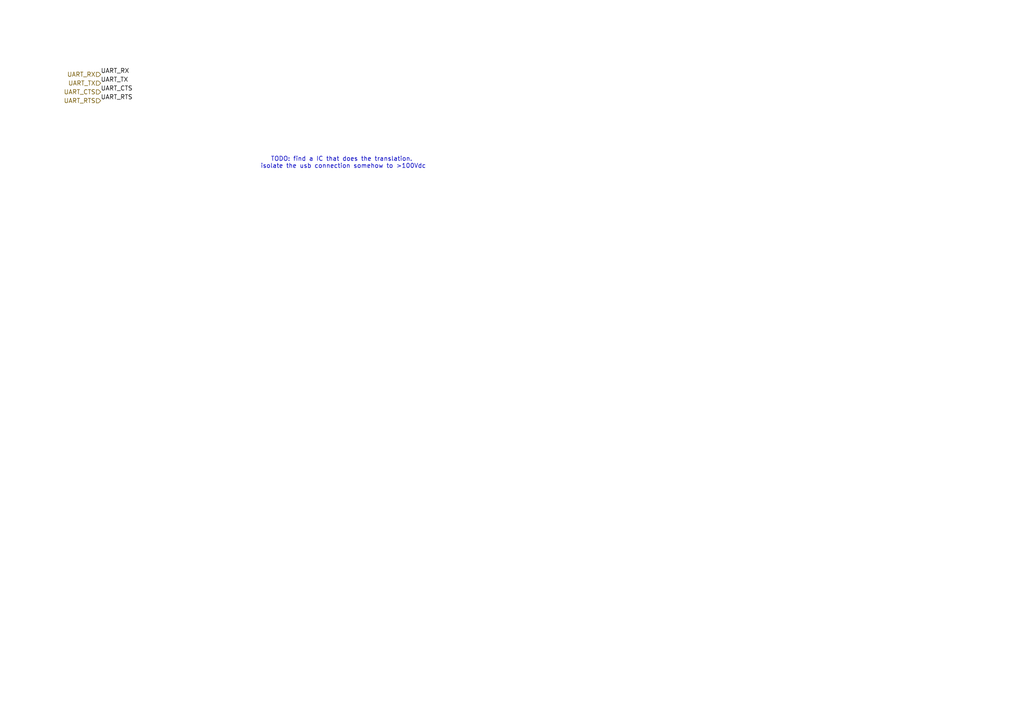
<source format=kicad_sch>
(kicad_sch
	(version 20250114)
	(generator "eeschema")
	(generator_version "9.0")
	(uuid "d0a17936-3797-410c-b151-415ad29c22c4")
	(paper "A4")
	(lib_symbols)
	(text "TODO: find a IC that does the translation. \nisolate the usb connection somehow to >100Vdc"
		(exclude_from_sim no)
		(at 99.568 47.244 0)
		(effects
			(font
				(size 1.27 1.27)
			)
		)
		(uuid "9713a5fa-843f-411c-8257-976208675b8c")
	)
	(label "UART_CTS"
		(at 29.21 26.67 0)
		(effects
			(font
				(size 1.27 1.27)
			)
			(justify left bottom)
		)
		(uuid "0611dee0-5c73-4213-8962-0434c576b086")
	)
	(label "UART_TX"
		(at 29.21 24.13 0)
		(effects
			(font
				(size 1.27 1.27)
			)
			(justify left bottom)
		)
		(uuid "27ac298e-195a-4246-8b92-820e6fac216c")
	)
	(label "UART_RTS"
		(at 29.21 29.21 0)
		(effects
			(font
				(size 1.27 1.27)
			)
			(justify left bottom)
		)
		(uuid "2c4b219d-925d-4a37-8c45-4172e5ea84c1")
	)
	(label "UART_RX"
		(at 29.21 21.59 0)
		(effects
			(font
				(size 1.27 1.27)
			)
			(justify left bottom)
		)
		(uuid "8b9801fc-e04f-46ee-b5b7-898cb11468f8")
	)
	(hierarchical_label "UART_CTS"
		(shape input)
		(at 29.21 26.67 180)
		(effects
			(font
				(size 1.27 1.27)
			)
			(justify right)
		)
		(uuid "01ed0ac5-8744-4cbc-be22-f861ac6b4fba")
	)
	(hierarchical_label "UART_RTS"
		(shape input)
		(at 29.21 29.21 180)
		(effects
			(font
				(size 1.27 1.27)
			)
			(justify right)
		)
		(uuid "17aca041-4f1e-4668-89cf-93081a11e8ea")
	)
	(hierarchical_label "UART_RX"
		(shape input)
		(at 29.21 21.59 180)
		(effects
			(font
				(size 1.27 1.27)
			)
			(justify right)
		)
		(uuid "5cd478ff-51ab-4322-89aa-f9bd42d59907")
	)
	(hierarchical_label "UART_TX"
		(shape input)
		(at 29.21 24.13 180)
		(effects
			(font
				(size 1.27 1.27)
			)
			(justify right)
		)
		(uuid "6daf096c-0f17-4642-ae52-1acea009e094")
	)
)

</source>
